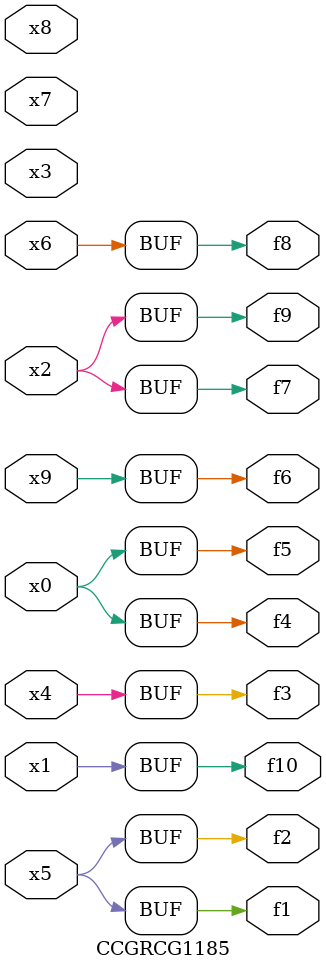
<source format=v>
module CCGRCG1185(
	input x0, x1, x2, x3, x4, x5, x6, x7, x8, x9,
	output f1, f2, f3, f4, f5, f6, f7, f8, f9, f10
);
	assign f1 = x5;
	assign f2 = x5;
	assign f3 = x4;
	assign f4 = x0;
	assign f5 = x0;
	assign f6 = x9;
	assign f7 = x2;
	assign f8 = x6;
	assign f9 = x2;
	assign f10 = x1;
endmodule

</source>
